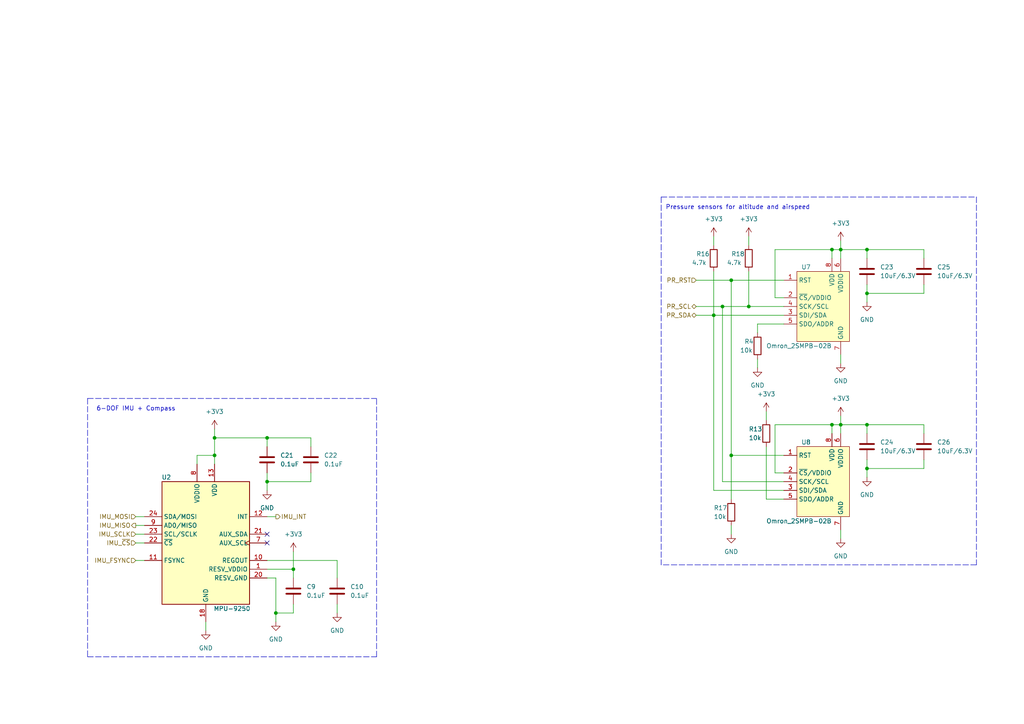
<source format=kicad_sch>
(kicad_sch (version 20210621) (generator eeschema)
  (paper "A4")
  (lib_symbols
    (symbol "Device:C" (pin_numbers hide) (pin_names (offset 0.254))
      (property "Reference" "C" (at 0.635 2.54 0))
      (property "Value" "C" (at 0.635 -2.54 0))
      (symbol "C_0_1"
        (polyline (pts (xy -2.032 -0.762) (xy 2.032 -0.762)) (stroke (width 0.508)))
        (polyline (pts (xy -2.032 0.762) (xy 2.032 0.762)) (stroke (width 0.508)))
      )
      (symbol "C_1_1"
        (pin passive line (at 0 3.81 270) (length 2.794) (name "~") (number "1"))
        (pin passive line (at 0 -3.81 90) (length 2.794) (name "~") (number "2"))
      )
    )
    (symbol "Device:R" (pin_numbers hide) (pin_names (offset 0))
      (property "Reference" "R" (at 2.032 0 90))
      (property "Value" "R" (at 0 0 90))
      (symbol "R_0_1"
        (rectangle (start -1.016 -2.54) (end 1.016 2.54) (stroke (width 0.254)))
      )
      (symbol "R_1_1"
        (pin passive line (at 0 3.81 270) (length 1.27) (name "~") (number "1"))
        (pin passive line (at 0 -3.81 90) (length 1.27) (name "~") (number "2"))
      )
    )
    (symbol "Sensor_Motion:MPU-9250"
      (property "Reference" "U" (at -11.43 19.05 0))
      (property "Value" "MPU-9250" (at 7.62 -19.05 0))
      (symbol "MPU-9250_0_1"
        (rectangle (start -12.7 17.78) (end 12.7 -17.78) (stroke (width 0.254)) (fill (type background)))
      )
      (symbol "MPU-9250_1_1"
        (pin input line (at 17.78 -7.62 180) (length 5.08) (name "RESV_VDDIO") (number "1"))
        (pin passive line (at 17.78 -5.08 180) (length 5.08) (name "REGOUT") (number "10"))
        (pin input line (at -17.78 -5.08 0) (length 5.08) (name "FSYNC") (number "11"))
        (pin output line (at 17.78 7.62 180) (length 5.08) (name "INT") (number "12"))
        (pin power_in line (at 2.54 22.86 270) (length 5.08) (name "VDD") (number "13"))
        (pin power_in line (at 0 -22.86 90) (length 5.08) (name "GND") (number "18"))
        (pin power_in line (at 17.78 -10.16 180) (length 5.08) (name "RESV_GND") (number "20"))
        (pin bidirectional line (at 17.78 2.54 180) (length 5.08) (name "AUX_SDA") (number "21"))
        (pin input line (at -17.78 0 0) (length 5.08) (name "~{CS}") (number "22"))
        (pin input line (at -17.78 2.54 0) (length 5.08) (name "SCL/SCLK") (number "23"))
        (pin bidirectional line (at -17.78 7.62 0) (length 5.08) (name "SDA/MOSI") (number "24"))
        (pin output clock (at 17.78 0 180) (length 5.08) (name "AUX_SCL") (number "7"))
        (pin power_in line (at -2.54 22.86 270) (length 5.08) (name "VDDIO") (number "8"))
        (pin bidirectional line (at -17.78 5.08 0) (length 5.08) (name "AD0/MISO") (number "9"))
      )
    )
    (symbol "flightcontroller-symbols:Omron_2SMPB-02B"
      (property "Reference" "U" (at -5.08 11.43 0))
      (property "Value" "Omron_2SMPB-02B" (at -6.35 -11.43 0))
      (symbol "Omron_2SMPB-02B_0_1"
        (rectangle (start -7.62 10.16) (end 7.62 -10.16) (stroke (width 0.1524)) (fill (type background)))
      )
      (symbol "Omron_2SMPB-02B_1_1"
        (pin input line (at -11.43 7.62 0) (length 3.81) (name "RST") (number "1"))
        (pin input line (at -11.43 2.54 0) (length 3.81) (name "~{CS}/VDDIO") (number "2"))
        (pin bidirectional line (at -11.43 -2.54 0) (length 3.81) (name "SDI/SDA") (number "3"))
        (pin bidirectional line (at -11.43 0 0) (length 3.81) (name "SCK/SCL") (number "4"))
        (pin bidirectional line (at -11.43 -5.08 0) (length 3.81) (name "SDO/ADDR") (number "5"))
        (pin power_in line (at 5.08 13.97 270) (length 3.81) (name "VDDIO") (number "6"))
        (pin power_in line (at 5.08 -13.97 90) (length 3.81) (name "GND") (number "7"))
        (pin power_in line (at 2.54 13.97 270) (length 3.81) (name "VDD") (number "8"))
      )
    )
    (symbol "power:+3.3V" (power) (pin_names (offset 0))
      (property "Value" "+3.3V" (at 0 3.556 0))
      (symbol "+3.3V_0_1"
        (polyline (pts (xy -0.762 1.27) (xy 0 2.54)))
        (polyline (pts (xy 0 0) (xy 0 2.54)))
        (polyline (pts (xy 0 2.54) (xy 0.762 1.27)))
      )
      (symbol "+3.3V_1_1"
        (pin power_in line (at 0 0 90) (length 0) hide (name "+3V3") (number "1"))
      )
    )
    (symbol "power:GND" (power) (pin_names (offset 0))
      (property "Value" "GND" (at 0 -3.81 0))
      (symbol "GND_0_1"
        (polyline (pts (xy 0 0) (xy 0 -1.27) (xy 1.27 -1.27) (xy 0 -2.54) (xy -1.27 -1.27) (xy 0 -1.27)))
      )
      (symbol "GND_1_1"
        (pin power_in line (at 0 0 270) (length 0) hide (name "GND") (number "1"))
      )
    )
  )
  (junction (at 62.23 127) (diameter 0.9144))
  (junction (at 62.23 132.08) (diameter 0.9144))
  (junction (at 77.47 127) (diameter 0.9144))
  (junction (at 77.47 139.7) (diameter 0.9144))
  (junction (at 80.01 177.8) (diameter 0.9144))
  (junction (at 85.09 165.1))
  (junction (at 207.01 91.44) (diameter 0.9144))
  (junction (at 209.55 88.9) (diameter 0.9144))
  (junction (at 212.09 81.28) (diameter 0.9144))
  (junction (at 212.09 132.08) (diameter 0.9144))
  (junction (at 217.17 88.9) (diameter 0.9144))
  (junction (at 241.3 72.39) (diameter 0.9144))
  (junction (at 241.3 123.19) (diameter 0.9144))
  (junction (at 243.84 72.39) (diameter 0.9144))
  (junction (at 243.84 123.19) (diameter 0.9144))
  (junction (at 251.46 72.39) (diameter 0.9144))
  (junction (at 251.46 85.09) (diameter 0.9144))
  (junction (at 251.46 123.19) (diameter 0.9144))
  (junction (at 251.46 135.89) (diameter 0.9144))
  (no_connect (at 77.47 154.94))
  (no_connect (at 77.47 157.48))
  (wire (pts (xy 39.37 149.86) (xy 41.91 149.86)))
  (wire (pts (xy 39.37 152.4) (xy 41.91 152.4)))
  (wire (pts (xy 39.37 154.94) (xy 41.91 154.94)))
  (wire (pts (xy 39.37 157.48) (xy 41.91 157.48)))
  (wire (pts (xy 39.37 162.56) (xy 41.91 162.56)))
  (wire (pts (xy 57.15 132.08) (xy 62.23 132.08)))
  (wire (pts (xy 57.15 134.62) (xy 57.15 132.08)))
  (wire (pts (xy 59.69 180.34) (xy 59.69 182.88)))
  (wire (pts (xy 62.23 124.46) (xy 62.23 127)))
  (wire (pts (xy 62.23 127) (xy 77.47 127)))
  (wire (pts (xy 62.23 132.08) (xy 62.23 127)))
  (wire (pts (xy 62.23 134.62) (xy 62.23 132.08)))
  (wire (pts (xy 77.47 127) (xy 77.47 129.54)))
  (wire (pts (xy 77.47 137.16) (xy 77.47 139.7)))
  (wire (pts (xy 77.47 139.7) (xy 77.47 142.24)))
  (wire (pts (xy 77.47 149.86) (xy 80.01 149.86)))
  (wire (pts (xy 77.47 162.56) (xy 97.79 162.56)))
  (wire (pts (xy 80.01 167.64) (xy 77.47 167.64)))
  (wire (pts (xy 80.01 177.8) (xy 80.01 167.64)))
  (wire (pts (xy 80.01 180.34) (xy 80.01 177.8)))
  (wire (pts (xy 85.09 160.02) (xy 85.09 165.1)))
  (wire (pts (xy 85.09 165.1) (xy 77.47 165.1)))
  (wire (pts (xy 85.09 167.64) (xy 85.09 165.1)))
  (wire (pts (xy 85.09 175.26) (xy 85.09 177.8)))
  (wire (pts (xy 85.09 177.8) (xy 80.01 177.8)))
  (wire (pts (xy 90.17 127) (xy 77.47 127)))
  (wire (pts (xy 90.17 129.54) (xy 90.17 127)))
  (wire (pts (xy 90.17 137.16) (xy 90.17 139.7)))
  (wire (pts (xy 90.17 139.7) (xy 77.47 139.7)))
  (wire (pts (xy 97.79 162.56) (xy 97.79 167.64)))
  (wire (pts (xy 97.79 177.8) (xy 97.79 175.26)))
  (wire (pts (xy 201.93 81.28) (xy 212.09 81.28)))
  (wire (pts (xy 201.93 88.9) (xy 209.55 88.9)))
  (wire (pts (xy 201.93 91.44) (xy 207.01 91.44)))
  (wire (pts (xy 207.01 68.58) (xy 207.01 71.12)))
  (wire (pts (xy 207.01 78.74) (xy 207.01 91.44)))
  (wire (pts (xy 207.01 91.44) (xy 227.33 91.44)))
  (wire (pts (xy 207.01 142.24) (xy 207.01 91.44)))
  (wire (pts (xy 209.55 88.9) (xy 209.55 139.7)))
  (wire (pts (xy 209.55 139.7) (xy 227.33 139.7)))
  (wire (pts (xy 212.09 81.28) (xy 227.33 81.28)))
  (wire (pts (xy 212.09 132.08) (xy 212.09 81.28)))
  (wire (pts (xy 212.09 132.08) (xy 212.09 144.78)))
  (wire (pts (xy 212.09 152.4) (xy 212.09 154.94)))
  (wire (pts (xy 217.17 68.58) (xy 217.17 71.12)))
  (wire (pts (xy 217.17 78.74) (xy 217.17 88.9)))
  (wire (pts (xy 217.17 88.9) (xy 209.55 88.9)))
  (wire (pts (xy 219.71 93.98) (xy 219.71 96.52)))
  (wire (pts (xy 219.71 104.14) (xy 219.71 106.68)))
  (wire (pts (xy 222.25 119.38) (xy 222.25 121.92)))
  (wire (pts (xy 222.25 129.54) (xy 222.25 144.78)))
  (wire (pts (xy 222.25 144.78) (xy 227.33 144.78)))
  (wire (pts (xy 224.79 72.39) (xy 241.3 72.39)))
  (wire (pts (xy 224.79 86.36) (xy 224.79 72.39)))
  (wire (pts (xy 224.79 123.19) (xy 241.3 123.19)))
  (wire (pts (xy 224.79 137.16) (xy 224.79 123.19)))
  (wire (pts (xy 227.33 86.36) (xy 224.79 86.36)))
  (wire (pts (xy 227.33 88.9) (xy 217.17 88.9)))
  (wire (pts (xy 227.33 93.98) (xy 219.71 93.98)))
  (wire (pts (xy 227.33 132.08) (xy 212.09 132.08)))
  (wire (pts (xy 227.33 137.16) (xy 224.79 137.16)))
  (wire (pts (xy 227.33 142.24) (xy 207.01 142.24)))
  (wire (pts (xy 241.3 72.39) (xy 241.3 74.93)))
  (wire (pts (xy 241.3 123.19) (xy 241.3 125.73)))
  (wire (pts (xy 243.84 69.85) (xy 243.84 72.39)))
  (wire (pts (xy 243.84 72.39) (xy 241.3 72.39)))
  (wire (pts (xy 243.84 72.39) (xy 243.84 74.93)))
  (wire (pts (xy 243.84 102.87) (xy 243.84 105.41)))
  (wire (pts (xy 243.84 120.65) (xy 243.84 123.19)))
  (wire (pts (xy 243.84 123.19) (xy 241.3 123.19)))
  (wire (pts (xy 243.84 123.19) (xy 243.84 125.73)))
  (wire (pts (xy 243.84 153.67) (xy 243.84 156.21)))
  (wire (pts (xy 251.46 72.39) (xy 243.84 72.39)))
  (wire (pts (xy 251.46 72.39) (xy 251.46 74.93)))
  (wire (pts (xy 251.46 82.55) (xy 251.46 85.09)))
  (wire (pts (xy 251.46 85.09) (xy 251.46 87.63)))
  (wire (pts (xy 251.46 123.19) (xy 243.84 123.19)))
  (wire (pts (xy 251.46 123.19) (xy 251.46 125.73)))
  (wire (pts (xy 251.46 133.35) (xy 251.46 135.89)))
  (wire (pts (xy 251.46 135.89) (xy 251.46 138.43)))
  (wire (pts (xy 267.97 72.39) (xy 251.46 72.39)))
  (wire (pts (xy 267.97 74.93) (xy 267.97 72.39)))
  (wire (pts (xy 267.97 82.55) (xy 267.97 85.09)))
  (wire (pts (xy 267.97 85.09) (xy 251.46 85.09)))
  (wire (pts (xy 267.97 123.19) (xy 251.46 123.19)))
  (wire (pts (xy 267.97 125.73) (xy 267.97 123.19)))
  (wire (pts (xy 267.97 133.35) (xy 267.97 135.89)))
  (wire (pts (xy 267.97 135.89) (xy 251.46 135.89)))
  (polyline (pts (xy 25.4 115.57) (xy 25.4 190.5)) (stroke (width 0) (type dash)))
  (polyline (pts (xy 25.4 115.57) (xy 109.22 115.57)) (stroke (width 0) (type dash)))
  (polyline (pts (xy 25.4 190.5) (xy 109.22 190.5)) (stroke (width 0) (type dash)))
  (polyline (pts (xy 109.22 190.5) (xy 109.22 115.57)) (stroke (width 0) (type dash)))
  (polyline (pts (xy 191.77 57.15) (xy 191.77 163.83)) (stroke (width 0) (type dash)))
  (polyline (pts (xy 191.77 57.15) (xy 283.21 57.15)) (stroke (width 0) (type dash)))
  (polyline (pts (xy 283.21 57.15) (xy 283.21 163.83)) (stroke (width 0) (type dash)))
  (polyline (pts (xy 283.21 163.83) (xy 191.77 163.83)) (stroke (width 0) (type dash)))
  (text "6-DOF IMU + Compass" (at 27.94 119.38 0) (effects (font (size 1.27 1.27)) (justify left bottom)))
  (text "Pressure sensors for altitude and airspeed" (at 193.04 60.96 0) (effects (font (size 1.27 1.27)) (justify left bottom)))
  (hierarchical_label "IMU_MOSI" (shape input) (at 39.37 149.86 180))
  (hierarchical_label "IMU_MISO" (shape output) (at 39.37 152.4 180))
  (hierarchical_label "IMU_SCLK" (shape input) (at 39.37 154.94 180))
  (hierarchical_label "IMU_~{CS}" (shape input) (at 39.37 157.48 180))
  (hierarchical_label "IMU_FSYNC" (shape input) (at 39.37 162.56 180))
  (hierarchical_label "IMU_INT" (shape output) (at 80.01 149.86 0))
  (hierarchical_label "PR_RST" (shape input) (at 201.93 81.28 180))
  (hierarchical_label "PR_SCL" (shape bidirectional) (at 201.93 88.9 180))
  (hierarchical_label "PR_SDA" (shape bidirectional) (at 201.93 91.44 180))
  (symbol (lib_id "power:+3.3V") (at 62.23 124.46 0) (unit 1)
    (property "Reference" "#PWR02" (effects hide))
    (property "Value" "+3.3V" (at 62.23 119.38 0))
  )
  (symbol (lib_id "power:+3.3V") (at 85.09 160.02 0) (unit 1)
    (property "Reference" "#PWR0158" (effects hide))
    (property "Value" "+3.3V" (at 85.09 154.94 0))
  )
  (symbol (lib_id "power:+3.3V") (at 207.01 68.58 0) (unit 1)
    (property "Reference" "#PWR020" (effects hide))
    (property "Value" "+3.3V" (at 207.01 63.5 0))
  )
  (symbol (lib_id "power:+3.3V") (at 217.17 68.58 0) (unit 1)
    (property "Reference" "#PWR022" (effects hide))
    (property "Value" "+3.3V" (at 217.17 63.5 0))
  )
  (symbol (lib_id "power:+3.3V") (at 222.25 119.38 0) (unit 1)
    (property "Reference" "#PWR013" (effects hide))
    (property "Value" "+3.3V" (at 222.25 114.3 0))
  )
  (symbol (lib_id "power:+3.3V") (at 243.84 69.85 0) (unit 1)
    (property "Reference" "#PWR04" (effects hide))
    (property "Value" "+3.3V" (at 243.84 64.77 0))
  )
  (symbol (lib_id "power:+3.3V") (at 243.84 120.65 0) (unit 1)
    (property "Reference" "#PWR06" (effects hide))
    (property "Value" "+3.3V" (at 243.84 115.57 0))
  )
  (symbol (lib_id "power:GND") (at 59.69 182.88 0) (unit 1)
    (property "Reference" "#PWR0120" (effects hide))
    (property "Value" "GND" (at 59.69 187.96 0))
  )
  (symbol (lib_id "power:GND") (at 77.47 142.24 0) (unit 1)
    (property "Reference" "#PWR03" (effects hide))
    (property "Value" "GND" (at 77.47 147.32 0))
  )
  (symbol (lib_id "power:GND") (at 80.01 180.34 0) (unit 1)
    (property "Reference" "#PWR0119" (effects hide))
    (property "Value" "GND" (at 80.01 185.42 0))
  )
  (symbol (lib_id "power:GND") (at 97.79 177.8 0) (unit 1)
    (property "Reference" "#PWR0118" (effects hide))
    (property "Value" "GND" (at 97.79 182.88 0))
  )
  (symbol (lib_id "power:GND") (at 212.09 154.94 0) (unit 1)
    (property "Reference" "#PWR021" (effects hide))
    (property "Value" "GND" (at 212.09 160.02 0))
  )
  (symbol (lib_id "power:GND") (at 219.71 106.68 0) (unit 1)
    (property "Reference" "#PWR012" (effects hide))
    (property "Value" "GND" (at 219.71 111.76 0))
  )
  (symbol (lib_id "power:GND") (at 243.84 105.41 0) (unit 1)
    (property "Reference" "#PWR05" (effects hide))
    (property "Value" "GND" (at 243.84 110.49 0))
  )
  (symbol (lib_id "power:GND") (at 243.84 156.21 0) (unit 1)
    (property "Reference" "#PWR07" (effects hide))
    (property "Value" "GND" (at 243.84 161.29 0))
  )
  (symbol (lib_id "power:GND") (at 251.46 87.63 0) (unit 1)
    (property "Reference" "#PWR08" (effects hide))
    (property "Value" "GND" (at 251.46 92.71 0))
  )
  (symbol (lib_id "power:GND") (at 251.46 138.43 0) (unit 1)
    (property "Reference" "#PWR09" (effects hide))
    (property "Value" "GND" (at 251.46 143.51 0))
  )
  (symbol (lib_id "Device:R") (at 207.01 74.93 0) (unit 1)
    (property "Reference" "R16" (at 201.93 73.6599 0) (effects (justify left)))
    (property "Value" "4.7k" (at 200.66 76.1999 0) (effects (justify left)))
    (property "Footprint" "Resistor_SMD:R_0402_1005Metric" (effects hide))
  )
  (symbol (lib_id "Device:R") (at 212.09 148.59 0) (unit 1)
    (property "Reference" "R17" (at 207.01 147.3199 0) (effects (justify left)))
    (property "Value" "10k" (at 207.01 149.8599 0) (effects (justify left)))
    (property "Footprint" "Resistor_SMD:R_0402_1005Metric" (effects hide))
  )
  (symbol (lib_id "Device:R") (at 217.17 74.93 0) (unit 1)
    (property "Reference" "R18" (at 212.09 73.6599 0) (effects (justify left)))
    (property "Value" "4.7k" (at 210.82 76.1999 0) (effects (justify left)))
    (property "Footprint" "Resistor_SMD:R_0402_1005Metric" (effects hide))
  )
  (symbol (lib_id "Device:R") (at 219.71 100.33 0) (unit 1)
    (property "Reference" "R4" (at 215.9 99.0599 0) (effects (justify left)))
    (property "Value" "10k" (at 214.63 101.5999 0) (effects (justify left)))
    (property "Footprint" "Resistor_SMD:R_0402_1005Metric" (effects hide))
  )
  (symbol (lib_id "Device:R") (at 222.25 125.73 0) (unit 1)
    (property "Reference" "R13" (at 217.17 124.4599 0) (effects (justify left)))
    (property "Value" "10k" (at 217.17 126.9999 0) (effects (justify left)))
    (property "Footprint" "Resistor_SMD:R_0402_1005Metric" (effects hide))
  )
  (symbol (lib_id "Device:C") (at 77.47 133.35 0) (unit 1)
    (property "Reference" "C21" (at 81.28 132.0799 0) (effects (justify left)))
    (property "Value" "0.1uF" (at 81.28 134.6199 0) (effects (justify left)))
    (property "Footprint" "Capacitor_SMD:C_0402_1005Metric" (effects hide))
    (property "Mouser" "81-GRM155R71H104KE4D" (effects hide))
  )
  (symbol (lib_id "Device:C") (at 85.09 171.45 0) (unit 1)
    (property "Reference" "C9" (at 88.9 170.1799 0) (effects (justify left)))
    (property "Value" "0.1uF" (at 88.9 172.7199 0) (effects (justify left)))
    (property "Footprint" "Capacitor_SMD:C_0402_1005Metric" (effects hide))
    (property "Mouser" "81-GRM155R71H104KE4D" (effects hide))
  )
  (symbol (lib_id "Device:C") (at 90.17 133.35 0) (unit 1)
    (property "Reference" "C22" (at 93.98 132.0799 0) (effects (justify left)))
    (property "Value" "0.1uF" (at 93.98 134.6199 0) (effects (justify left)))
    (property "Footprint" "Capacitor_SMD:C_0402_1005Metric" (effects hide))
    (property "Mouser" "81-GRM155R71H104KE4D" (effects hide))
  )
  (symbol (lib_id "Device:C") (at 97.79 171.45 0) (unit 1)
    (property "Reference" "C10" (at 101.6 170.1799 0) (effects (justify left)))
    (property "Value" "0.1uF" (at 101.6 172.7199 0) (effects (justify left)))
    (property "Footprint" "Capacitor_SMD:C_0402_1005Metric" (effects hide))
    (property "Mouser" "81-GRM155R71H104KE4D" (effects hide))
  )
  (symbol (lib_id "Device:C") (at 251.46 78.74 0) (unit 1)
    (property "Reference" "C23" (at 255.27 77.4699 0) (effects (justify left)))
    (property "Value" "10uF/6.3V" (at 255.27 80.0099 0) (effects (justify left)))
    (property "Footprint" "Capacitor_SMD:C_0402_1005Metric" (effects hide))
    (property "Mouser" "81-GRM155R60J106M05D" (effects hide))
  )
  (symbol (lib_id "Device:C") (at 251.46 129.54 0) (unit 1)
    (property "Reference" "C24" (at 255.27 128.2699 0) (effects (justify left)))
    (property "Value" "10uF/6.3V" (at 255.27 130.8099 0) (effects (justify left)))
    (property "Footprint" "Capacitor_SMD:C_0402_1005Metric" (effects hide))
    (property "Mouser" "81-GRM155R60J106M05D" (effects hide))
  )
  (symbol (lib_id "Device:C") (at 267.97 78.74 0) (unit 1)
    (property "Reference" "C25" (at 271.78 77.4699 0) (effects (justify left)))
    (property "Value" "10uF/6.3V" (at 271.78 80.0099 0) (effects (justify left)))
    (property "Footprint" "Capacitor_SMD:C_0402_1005Metric" (effects hide))
    (property "Mouser" "81-GRM155R60J106M05D" (effects hide))
  )
  (symbol (lib_id "Device:C") (at 267.97 129.54 0) (unit 1)
    (property "Reference" "C26" (at 271.78 128.2699 0) (effects (justify left)))
    (property "Value" "10uF/6.3V" (at 271.78 130.8099 0) (effects (justify left)))
    (property "Footprint" "Capacitor_SMD:C_0402_1005Metric" (effects hide))
    (property "Mouser" "81-GRM155R60J106M05D" (effects hide))
  )
  (symbol (lib_id "flightcontroller-symbols:Omron_2SMPB-02B") (at 238.76 88.9 0) (unit 1)
    (property "Reference" "U7" (at 232.41 77.4699 0) (effects (justify left)))
    (property "Value" "Omron_2SMPB-02B" (at 222.25 100.3299 0) (effects (justify left)))
    (property "Footprint" "flightcontroller-footprints:Omron_2SMPB" (effects hide))
    (property "Digikey" "39-2SMPB-02BCT-ND" (effects hide))
    (property "Mouser" "653-2SMPB-02E" (effects hide))
    (property "Reichelt" "2SMPB02E" (effects hide))
  )
  (symbol (lib_id "flightcontroller-symbols:Omron_2SMPB-02B") (at 238.76 139.7 0) (unit 1)
    (property "Reference" "U8" (at 232.41 128.2699 0) (effects (justify left)))
    (property "Value" "Omron_2SMPB-02B" (at 222.25 151.1299 0) (effects (justify left)))
    (property "Footprint" "flightcontroller-footprints:Omron_2SMPB" (effects hide))
    (property "Digikey" "39-2SMPB-02BCT-ND" (effects hide))
    (property "Mouser" "653-2SMPB-02E" (effects hide))
    (property "Reichelt" "2SMPB02E" (effects hide))
  )
  (symbol (lib_id "Sensor_Motion:MPU-9250") (at 59.69 157.48 0) (unit 1)
    (property "Reference" "U2" (at 48.26 138.43 0))
    (property "Value" "MPU-9250" (at 67.31 176.53 0))
    (property "Footprint" "Sensor_Motion:InvenSense_QFN-24_3x3mm_P0.4mm" (effects hide))
    (property "Datasheet" "https://store.invensense.com/datasheets/invensense/MPU9250REV1.0.pdf" (effects hide))
  )
)
</source>
